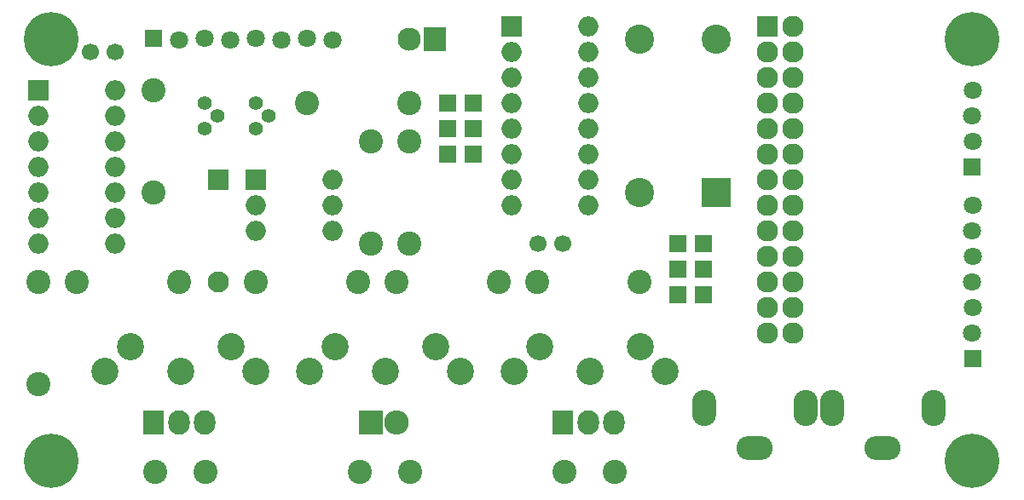
<source format=gts>
G04 #@! TF.FileFunction,Soldermask,Top*
%FSLAX46Y46*%
G04 Gerber Fmt 4.6, Leading zero omitted, Abs format (unit mm)*
G04 Created by KiCad (PCBNEW 4.0.5+dfsg1-4) date Fri Oct 27 15:57:28 2017*
%MOMM*%
%LPD*%
G01*
G04 APERTURE LIST*
%ADD10C,0.100000*%
%ADD11C,1.400760*%
%ADD12R,2.000000X2.000000*%
%ADD13O,2.000000X2.000000*%
%ADD14C,2.700000*%
%ADD15C,2.400000*%
%ADD16R,2.899360X2.899360*%
%ADD17C,2.899360*%
%ADD18C,5.400000*%
%ADD19C,2.099260*%
%ADD20R,2.099260X2.099260*%
%ADD21C,1.700000*%
%ADD22C,2.398980*%
%ADD23R,2.127200X2.432000*%
%ADD24O,2.127200X2.432000*%
%ADD25R,2.432000X2.432000*%
%ADD26O,2.432000X2.432000*%
%ADD27R,2.300000X2.400000*%
%ADD28C,2.300000*%
%ADD29C,1.797000*%
%ADD30R,1.797000X1.797000*%
%ADD31R,2.127200X2.127200*%
%ADD32O,2.127200X2.127200*%
%ADD33O,2.398980X3.597860*%
%ADD34O,3.597860X2.398980*%
G04 APERTURE END LIST*
D10*
D11*
X95250000Y-31750000D03*
X93980000Y-33020000D03*
X93980000Y-30480000D03*
D12*
X72390000Y-29210000D03*
D13*
X72390000Y-31750000D03*
X72390000Y-34290000D03*
X72390000Y-36830000D03*
X72390000Y-39370000D03*
X72390000Y-41910000D03*
X72390000Y-44450000D03*
X80010000Y-44450000D03*
X80010000Y-41910000D03*
X80010000Y-39370000D03*
X80010000Y-36830000D03*
X80010000Y-34290000D03*
X80010000Y-31750000D03*
X80010000Y-29210000D03*
D14*
X101800000Y-54650000D03*
D15*
X109300000Y-67150000D03*
D14*
X99300000Y-57150000D03*
X106800000Y-57150000D03*
X114300000Y-57150000D03*
X111800000Y-54650000D03*
D15*
X104300000Y-67150000D03*
D14*
X81480000Y-54650000D03*
D15*
X88980000Y-67150000D03*
D14*
X78980000Y-57150000D03*
X86480000Y-57150000D03*
X93980000Y-57150000D03*
X91480000Y-54650000D03*
D15*
X83980000Y-67150000D03*
D16*
X139700000Y-39370000D03*
D17*
X139700000Y-24130000D03*
X132080000Y-24130000D03*
X132080000Y-39370000D03*
D18*
X73660000Y-66040000D03*
X165100000Y-66040000D03*
X165100000Y-24130000D03*
D19*
X90172540Y-48260520D03*
D20*
X90172540Y-38100520D03*
D14*
X122120000Y-54650000D03*
D15*
X129620000Y-67150000D03*
D14*
X119620000Y-57150000D03*
X127120000Y-57150000D03*
X134620000Y-57150000D03*
X132120000Y-54650000D03*
D15*
X124620000Y-67150000D03*
D11*
X90170000Y-31750000D03*
X88900000Y-33020000D03*
X88900000Y-30480000D03*
D12*
X93980000Y-38100000D03*
D13*
X93980000Y-40640000D03*
X93980000Y-43180000D03*
X101600000Y-43180000D03*
X101600000Y-40640000D03*
X101600000Y-38100000D03*
D21*
X80010000Y-25400000D03*
X77510000Y-25400000D03*
D22*
X76200000Y-48260000D03*
X86360000Y-48260000D03*
X93980000Y-48260000D03*
X104140000Y-48260000D03*
X83820000Y-39370000D03*
X83820000Y-29210000D03*
X109220000Y-44450000D03*
X109220000Y-34290000D03*
X105410000Y-34290000D03*
X105410000Y-44450000D03*
X107950000Y-48260000D03*
X118110000Y-48260000D03*
X132080000Y-48260000D03*
X121920000Y-48260000D03*
X72390000Y-48260000D03*
X72390000Y-58420000D03*
D23*
X83820000Y-62230000D03*
D24*
X86360000Y-62230000D03*
X88900000Y-62230000D03*
D25*
X105410000Y-62230000D03*
D26*
X107950000Y-62230000D03*
D23*
X124460000Y-62230000D03*
D24*
X127000000Y-62230000D03*
X129540000Y-62230000D03*
D12*
X119380000Y-22860000D03*
D13*
X119380000Y-25400000D03*
X119380000Y-27940000D03*
X119380000Y-30480000D03*
X119380000Y-33020000D03*
X119380000Y-35560000D03*
X119380000Y-38100000D03*
X119380000Y-40640000D03*
X127000000Y-40640000D03*
X127000000Y-38100000D03*
X127000000Y-35560000D03*
X127000000Y-33020000D03*
X127000000Y-30480000D03*
X127000000Y-27940000D03*
X127000000Y-25400000D03*
X127000000Y-22860000D03*
D21*
X124460000Y-44450000D03*
X121960000Y-44450000D03*
D18*
X73660000Y-24130000D03*
D27*
X111760000Y-24130000D03*
D28*
X109220000Y-24130000D03*
D22*
X99060000Y-30480000D03*
X109220000Y-30480000D03*
D29*
X91440000Y-24190960D03*
X93980000Y-24069040D03*
X88900000Y-24069040D03*
X96520000Y-24190960D03*
X86360000Y-24190960D03*
X99060000Y-24069040D03*
D30*
X83820000Y-24069040D03*
D29*
X101600000Y-24190960D03*
D31*
X144780000Y-22860000D03*
D32*
X147320000Y-22860000D03*
X144780000Y-25400000D03*
X147320000Y-25400000D03*
X144780000Y-27940000D03*
X147320000Y-27940000D03*
X144780000Y-30480000D03*
X147320000Y-30480000D03*
X144780000Y-33020000D03*
X147320000Y-33020000D03*
X144780000Y-35560000D03*
X147320000Y-35560000D03*
X144780000Y-38100000D03*
X147320000Y-38100000D03*
X144780000Y-40640000D03*
X147320000Y-40640000D03*
X144780000Y-43180000D03*
X147320000Y-43180000D03*
X144780000Y-45720000D03*
X147320000Y-45720000D03*
X144780000Y-48260000D03*
X147320000Y-48260000D03*
X144780000Y-50800000D03*
X147320000Y-50800000D03*
X144780000Y-53340000D03*
X147320000Y-53340000D03*
D30*
X135890000Y-44450000D03*
X138430000Y-44450000D03*
X135890000Y-46990000D03*
X138430000Y-46990000D03*
X135890000Y-49530000D03*
X138430000Y-49530000D03*
D33*
X148564600Y-60772040D03*
D34*
X143510000Y-64770000D03*
D33*
X138455400Y-60772040D03*
X161264600Y-60772040D03*
D34*
X156210000Y-64770000D03*
D33*
X151155400Y-60772040D03*
D29*
X165039040Y-53340000D03*
X165160960Y-50800000D03*
X165039040Y-48260000D03*
X165160960Y-45720000D03*
X165039040Y-43180000D03*
D30*
X165160960Y-55880000D03*
D29*
X165160960Y-40640000D03*
X165160960Y-34290000D03*
X165039040Y-31750000D03*
D30*
X165039040Y-36830000D03*
D29*
X165160960Y-29210000D03*
D30*
X115570000Y-30480000D03*
X113030000Y-30480000D03*
X115570000Y-33020000D03*
X113030000Y-33020000D03*
X115570000Y-35560000D03*
X113030000Y-35560000D03*
M02*

</source>
